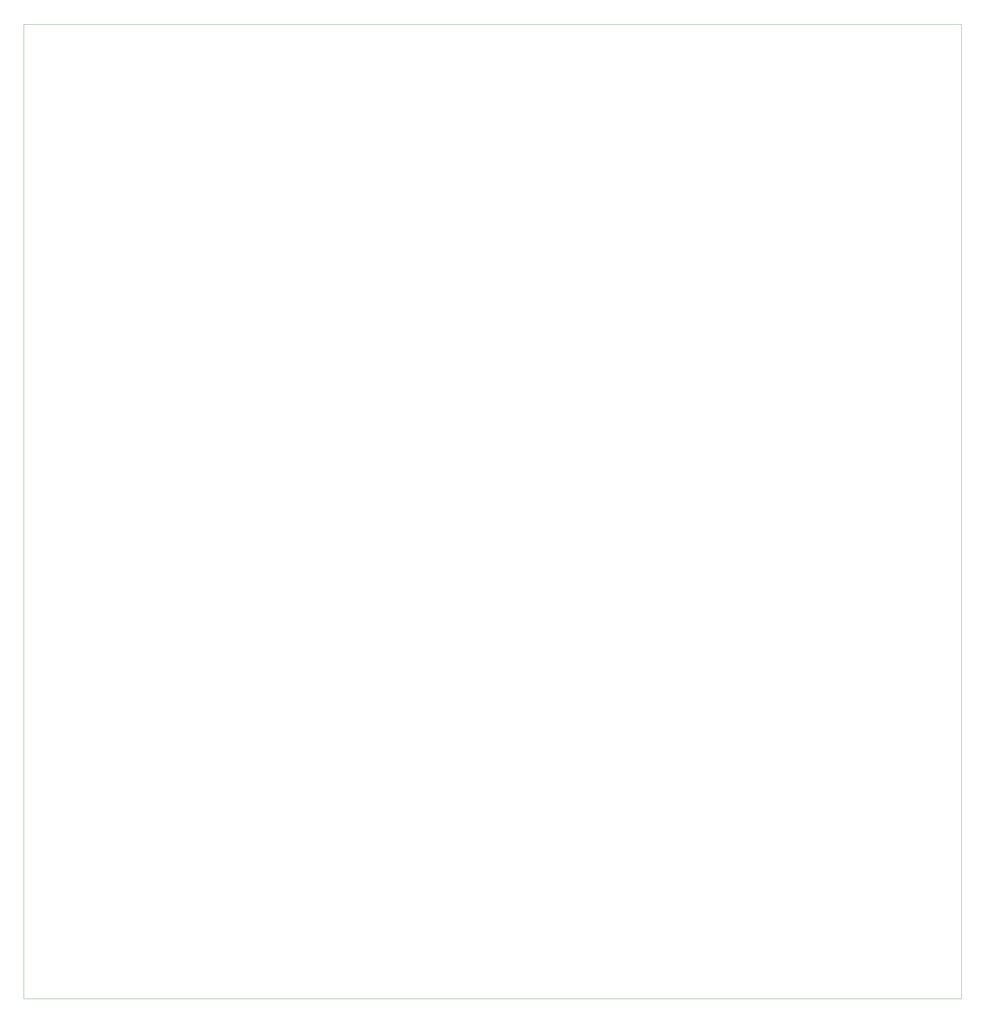
<source format=gbr>
%FSTAX25Y25*%
%MOIN*%
%SFA1B1*%

%IPPOS*%
%ADD50C,0.001181*%
G54D50*
X0Y0D02*
X0950984D01*
Y0988503*
X0*
Y0*
M02*
</source>
